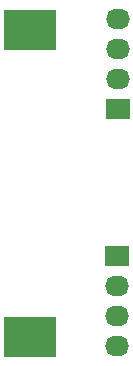
<source format=gbs>
%FSLAX46Y46*%
G04 Gerber Fmt 4.6, Leading zero omitted, Abs format (unit mm)*
G04 Created by KiCad (PCBNEW (2014-10-22 BZR 5216)-product) date Thu 02 Jul 2015 03:27:14 PM EDT*
%MOMM*%
G01*
G04 APERTURE LIST*
%ADD10C,0.100000*%
%ADD11R,4.500000X3.500000*%
%ADD12R,2.032000X1.727200*%
%ADD13O,2.032000X1.727200*%
G04 APERTURE END LIST*
D10*
D11*
X171400000Y-117000000D03*
X171400000Y-91000000D03*
D12*
X178840000Y-97690000D03*
D13*
X178840000Y-95150000D03*
X178840000Y-92610000D03*
X178840000Y-90070000D03*
D12*
X178820000Y-110200000D03*
D13*
X178820000Y-112740000D03*
X178820000Y-115280000D03*
X178820000Y-117820000D03*
M02*

</source>
